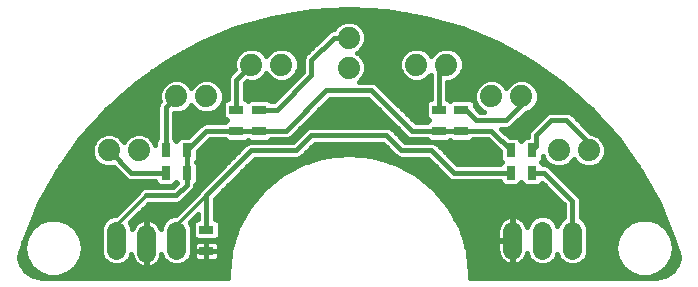
<source format=gbl>
G75*
%MOIN*%
%OFA0B0*%
%FSLAX24Y24*%
%IPPOS*%
%LPD*%
%AMOC8*
5,1,8,0,0,1.08239X$1,22.5*
%
%ADD10C,0.0740*%
%ADD11R,0.0315X0.0472*%
%ADD12R,0.0472X0.0315*%
%ADD13C,0.0640*%
%ADD14C,0.0160*%
%ADD15C,0.0100*%
D10*
X003430Y004680D03*
X004430Y004680D03*
X005680Y006480D03*
X006680Y006480D03*
X008180Y007530D03*
X009180Y007530D03*
X011430Y007430D03*
X011430Y008430D03*
X013680Y007530D03*
X014680Y007530D03*
X016180Y006480D03*
X017180Y006480D03*
X018430Y004680D03*
X019430Y004680D03*
D11*
X017534Y004680D03*
X016826Y004680D03*
X016826Y003930D03*
X017534Y003930D03*
X006034Y003930D03*
X005326Y003930D03*
X005326Y004680D03*
X006034Y004680D03*
D12*
X007680Y005326D03*
X008430Y005326D03*
X008430Y006034D03*
X007680Y006034D03*
X014430Y006034D03*
X015180Y006034D03*
X015180Y005326D03*
X014430Y005326D03*
X006680Y002034D03*
X006680Y001326D03*
D13*
X005680Y001360D02*
X005680Y002000D01*
X004680Y001900D02*
X004680Y001260D01*
X003680Y001360D02*
X003680Y002000D01*
X016880Y002000D02*
X016880Y001360D01*
X017880Y001360D02*
X017880Y002000D01*
X018880Y002000D02*
X018880Y001360D01*
D14*
X001289Y000497D02*
X000885Y000497D01*
X000840Y000512D02*
X000650Y000650D01*
X000512Y000840D01*
X000439Y001063D01*
X000432Y001149D01*
X000616Y001723D01*
X001108Y002909D01*
X001730Y004033D01*
X002474Y005080D01*
X003330Y006037D01*
X004288Y006893D01*
X005336Y007635D01*
X006460Y008256D01*
X007647Y008748D01*
X008881Y009103D01*
X010148Y009318D01*
X011430Y009390D01*
X012712Y009318D01*
X013979Y009103D01*
X015213Y008748D01*
X016400Y008256D01*
X017524Y007635D01*
X018572Y006893D01*
X019530Y006037D01*
X020386Y005080D01*
X021130Y004033D01*
X021752Y002909D01*
X022244Y001723D01*
X022428Y001149D01*
X022421Y001063D01*
X022348Y000840D01*
X022210Y000650D01*
X022020Y000512D01*
X021797Y000439D01*
X021680Y000430D01*
X015454Y000430D01*
X015465Y000549D01*
X015382Y001333D01*
X015149Y002085D01*
X014775Y002777D01*
X014273Y003384D01*
X013663Y003882D01*
X013663Y003882D01*
X012967Y004251D01*
X012214Y004479D01*
X012214Y004479D01*
X011430Y004556D01*
X010646Y004479D01*
X009893Y004251D01*
X009893Y004251D01*
X009197Y003882D01*
X008587Y003384D01*
X008587Y003384D01*
X008587Y003384D01*
X008085Y002777D01*
X007711Y002085D01*
X007711Y002085D01*
X007478Y001333D01*
X007478Y001333D01*
X007395Y000549D01*
X007406Y000430D01*
X001180Y000430D01*
X001063Y000439D01*
X000840Y000512D01*
X000983Y000656D02*
X000645Y000656D01*
X000530Y000814D02*
X000808Y000814D01*
X000820Y000792D02*
X000820Y000792D01*
X001083Y000572D01*
X001404Y000455D01*
X001527Y000455D01*
X001746Y000455D01*
X002067Y000572D01*
X002067Y000572D01*
X002330Y000792D01*
X002501Y001088D01*
X002560Y001425D01*
X002560Y001425D01*
X002501Y001762D01*
X002330Y002058D01*
X002067Y002278D01*
X001746Y002395D01*
X001404Y002395D01*
X001083Y002278D01*
X001083Y002278D01*
X000820Y002058D01*
X000649Y001762D01*
X000649Y001762D01*
X000590Y001425D01*
X000649Y001088D01*
X000820Y000792D01*
X000716Y000973D02*
X000469Y000973D01*
X000434Y001131D02*
X000642Y001131D01*
X000649Y001088D02*
X000649Y001088D01*
X000614Y001290D02*
X000477Y001290D01*
X000528Y001448D02*
X000594Y001448D01*
X000590Y001425D02*
X000590Y001425D01*
X000579Y001607D02*
X000622Y001607D01*
X000633Y001765D02*
X000651Y001765D01*
X000699Y001924D02*
X000743Y001924D01*
X000820Y002058D02*
X000820Y002058D01*
X000820Y002058D01*
X000849Y002082D02*
X000765Y002082D01*
X000831Y002241D02*
X001038Y002241D01*
X000896Y002399D02*
X003344Y002399D01*
X003385Y002441D02*
X003239Y002295D01*
X003160Y002103D01*
X003160Y001257D01*
X003239Y001065D01*
X003385Y000919D01*
X003577Y000840D01*
X003783Y000840D01*
X003975Y000919D01*
X004121Y001065D01*
X004181Y001212D01*
X004192Y001143D01*
X004217Y001068D01*
X004252Y000998D01*
X004299Y000934D01*
X004354Y000879D01*
X004418Y000832D01*
X004488Y000797D01*
X004563Y000772D01*
X004641Y000760D01*
X004660Y000760D01*
X004660Y001560D01*
X004700Y001560D01*
X004700Y000760D01*
X004719Y000760D01*
X004797Y000772D01*
X004872Y000797D01*
X004942Y000832D01*
X005006Y000879D01*
X005061Y000934D01*
X005108Y000998D01*
X005143Y001068D01*
X005168Y001143D01*
X005179Y001212D01*
X005239Y001065D01*
X005385Y000919D01*
X005577Y000840D01*
X005783Y000840D01*
X005975Y000919D01*
X006121Y001065D01*
X006200Y001257D01*
X006200Y002103D01*
X006129Y002275D01*
X006400Y002546D01*
X006400Y002392D01*
X006361Y002392D01*
X006244Y002275D01*
X006244Y001794D01*
X006361Y001677D01*
X006999Y001677D01*
X007116Y001794D01*
X007116Y002275D01*
X006999Y002392D01*
X006960Y002392D01*
X006960Y003064D01*
X008296Y004400D01*
X009736Y004400D01*
X009839Y004443D01*
X009917Y004521D01*
X010296Y004900D01*
X012564Y004900D01*
X012943Y004521D01*
X013021Y004443D01*
X013124Y004400D01*
X014064Y004400D01*
X014771Y003693D01*
X014874Y003650D01*
X016468Y003650D01*
X016468Y003611D01*
X016585Y003494D01*
X017066Y003494D01*
X017180Y003608D01*
X017294Y003494D01*
X017775Y003494D01*
X017872Y003592D01*
X018600Y002864D01*
X018600Y002447D01*
X018585Y002441D01*
X018439Y002295D01*
X018380Y002152D01*
X018321Y002295D01*
X018175Y002441D01*
X017983Y002520D01*
X017777Y002520D01*
X017585Y002441D01*
X017439Y002295D01*
X017367Y002120D01*
X017343Y002192D01*
X017308Y002262D01*
X017261Y002326D01*
X017206Y002381D01*
X017142Y002428D01*
X017072Y002463D01*
X016997Y002488D01*
X016919Y002500D01*
X016900Y002500D01*
X016900Y001700D01*
X016860Y001700D01*
X016860Y002500D01*
X016841Y002500D01*
X016763Y002488D01*
X016688Y002463D01*
X016618Y002428D01*
X016554Y002381D01*
X016499Y002326D01*
X016452Y002262D01*
X016417Y002192D01*
X016392Y002117D01*
X016380Y002039D01*
X016380Y001700D01*
X016860Y001700D01*
X016860Y001660D01*
X016900Y001660D01*
X016900Y000860D01*
X016919Y000860D01*
X016997Y000872D01*
X017072Y000897D01*
X017142Y000932D01*
X017206Y000979D01*
X017261Y001034D01*
X017308Y001098D01*
X017343Y001168D01*
X017367Y001240D01*
X017439Y001065D01*
X017585Y000919D01*
X017777Y000840D01*
X017983Y000840D01*
X018175Y000919D01*
X018321Y001065D01*
X018380Y001208D01*
X018439Y001065D01*
X018585Y000919D01*
X018777Y000840D01*
X018983Y000840D01*
X019175Y000919D01*
X019321Y001065D01*
X019400Y001257D01*
X019400Y002103D01*
X019321Y002295D01*
X019175Y002441D01*
X019160Y002447D01*
X019160Y003036D01*
X019117Y003139D01*
X019039Y003217D01*
X018089Y004167D01*
X017986Y004210D01*
X017892Y004210D01*
X017892Y004249D01*
X017836Y004305D01*
X017892Y004361D01*
X017892Y004490D01*
X017947Y004357D01*
X018107Y004197D01*
X018317Y004110D01*
X018543Y004110D01*
X018753Y004197D01*
X018913Y004357D01*
X018930Y004398D01*
X018947Y004357D01*
X019107Y004197D01*
X019317Y004110D01*
X019543Y004110D01*
X019753Y004197D01*
X019913Y004357D01*
X020000Y004567D01*
X020000Y004793D01*
X019913Y005003D01*
X019753Y005163D01*
X019543Y005250D01*
X019506Y005250D01*
X018917Y005839D01*
X018839Y005917D01*
X018736Y005960D01*
X018124Y005960D01*
X018021Y005917D01*
X017521Y005417D01*
X017443Y005339D01*
X017400Y005236D01*
X017400Y005116D01*
X017294Y005116D01*
X017180Y005002D01*
X017066Y005116D01*
X016785Y005116D01*
X016502Y005400D01*
X016736Y005400D01*
X016839Y005443D01*
X017315Y005919D01*
X017503Y005997D01*
X017663Y006157D01*
X017750Y006367D01*
X017750Y006593D01*
X017663Y006803D01*
X017503Y006963D01*
X017293Y007050D01*
X017067Y007050D01*
X016857Y006963D01*
X016697Y006803D01*
X016680Y006762D01*
X016663Y006803D01*
X016503Y006963D01*
X016293Y007050D01*
X016067Y007050D01*
X015857Y006963D01*
X015697Y006803D01*
X015610Y006593D01*
X015610Y006367D01*
X015697Y006157D01*
X015857Y005997D01*
X015946Y005960D01*
X015796Y005960D01*
X015616Y006140D01*
X015616Y006275D01*
X015499Y006392D01*
X014861Y006392D01*
X014805Y006336D01*
X014749Y006392D01*
X014710Y006392D01*
X014710Y006960D01*
X014793Y006960D01*
X015003Y007047D01*
X015163Y007207D01*
X015250Y007417D01*
X015250Y007643D01*
X015163Y007853D01*
X015003Y008013D01*
X014793Y008100D01*
X014567Y008100D01*
X014357Y008013D01*
X014197Y007853D01*
X014180Y007812D01*
X014163Y007853D01*
X014003Y008013D01*
X013793Y008100D01*
X013567Y008100D01*
X013357Y008013D01*
X013197Y007853D01*
X013110Y007643D01*
X013110Y007417D01*
X013197Y007207D01*
X013357Y007047D01*
X013567Y006960D01*
X013793Y006960D01*
X014003Y007047D01*
X014150Y007194D01*
X014150Y006392D01*
X014111Y006392D01*
X013994Y006275D01*
X013994Y005794D01*
X014108Y005680D01*
X014033Y005606D01*
X013650Y005606D01*
X012339Y006917D01*
X012236Y006960D01*
X011766Y006960D01*
X011913Y007107D01*
X012000Y007317D01*
X012000Y007543D01*
X011913Y007753D01*
X011753Y007913D01*
X011712Y007930D01*
X011753Y007947D01*
X011913Y008107D01*
X012000Y008317D01*
X012000Y008543D01*
X011913Y008753D01*
X011753Y008913D01*
X011543Y009000D01*
X011317Y009000D01*
X011107Y008913D01*
X010947Y008753D01*
X010929Y008710D01*
X010874Y008710D01*
X010771Y008667D01*
X010693Y008589D01*
X009943Y007839D01*
X009900Y007736D01*
X009900Y007296D01*
X008918Y006314D01*
X008827Y006314D01*
X008749Y006392D01*
X008111Y006392D01*
X008055Y006336D01*
X007999Y006392D01*
X007960Y006392D01*
X007960Y006914D01*
X008024Y006978D01*
X008067Y006960D01*
X008293Y006960D01*
X008503Y007047D01*
X008663Y007207D01*
X008680Y007248D01*
X008697Y007207D01*
X008857Y007047D01*
X009067Y006960D01*
X009293Y006960D01*
X009503Y007047D01*
X009663Y007207D01*
X009750Y007417D01*
X009750Y007643D01*
X009663Y007853D01*
X009503Y008013D01*
X009293Y008100D01*
X009067Y008100D01*
X008857Y008013D01*
X008697Y007853D01*
X008680Y007812D01*
X008663Y007853D01*
X008503Y008013D01*
X008293Y008100D01*
X008067Y008100D01*
X007857Y008013D01*
X007697Y007853D01*
X007610Y007643D01*
X007610Y007417D01*
X007628Y007374D01*
X007443Y007189D01*
X007400Y007086D01*
X007400Y006392D01*
X007361Y006392D01*
X007244Y006275D01*
X007244Y005794D01*
X007358Y005680D01*
X007283Y005606D01*
X006624Y005606D01*
X006521Y005563D01*
X006443Y005484D01*
X006075Y005116D01*
X005794Y005116D01*
X005680Y005002D01*
X005606Y005077D01*
X005606Y005910D01*
X005793Y005910D01*
X006003Y005997D01*
X006163Y006157D01*
X006180Y006198D01*
X006197Y006157D01*
X006357Y005997D01*
X006567Y005910D01*
X006793Y005910D01*
X007003Y005997D01*
X007163Y006157D01*
X007250Y006367D01*
X007250Y006593D01*
X007163Y006803D01*
X007003Y006963D01*
X006793Y007050D01*
X006567Y007050D01*
X006357Y006963D01*
X006197Y006803D01*
X006180Y006762D01*
X006163Y006803D01*
X006003Y006963D01*
X005793Y007050D01*
X005567Y007050D01*
X005357Y006963D01*
X005197Y006803D01*
X005110Y006593D01*
X005110Y006367D01*
X005128Y006324D01*
X005088Y006284D01*
X005046Y006181D01*
X005046Y005077D01*
X004968Y004999D01*
X004968Y004870D01*
X004913Y005003D01*
X004753Y005163D01*
X004543Y005250D01*
X004317Y005250D01*
X004107Y005163D01*
X003947Y005003D01*
X003930Y004962D01*
X003913Y005003D01*
X003753Y005163D01*
X003543Y005250D01*
X003317Y005250D01*
X003107Y005163D01*
X002947Y005003D01*
X002860Y004793D01*
X002860Y004567D01*
X002947Y004357D01*
X003107Y004197D01*
X003317Y004110D01*
X003543Y004110D01*
X003586Y004128D01*
X004021Y003693D01*
X004124Y003650D01*
X004968Y003650D01*
X004968Y003611D01*
X005085Y003494D01*
X005566Y003494D01*
X005680Y003608D01*
X005696Y003592D01*
X005564Y003460D01*
X004624Y003460D01*
X004521Y003417D01*
X004443Y003339D01*
X004413Y003266D01*
X003666Y002520D01*
X003577Y002520D01*
X003385Y002441D01*
X003217Y002241D02*
X002112Y002241D01*
X002067Y002278D02*
X002067Y002278D01*
X002301Y002082D02*
X003160Y002082D01*
X003160Y001924D02*
X002407Y001924D01*
X002499Y001765D02*
X003160Y001765D01*
X003160Y001607D02*
X002528Y001607D01*
X002556Y001448D02*
X003160Y001448D01*
X003160Y001290D02*
X002536Y001290D01*
X002508Y001131D02*
X003212Y001131D01*
X003332Y000973D02*
X002434Y000973D01*
X002501Y001088D02*
X002501Y001088D01*
X002342Y000814D02*
X004454Y000814D01*
X004660Y000814D02*
X004700Y000814D01*
X004700Y000973D02*
X004660Y000973D01*
X004660Y001131D02*
X004700Y001131D01*
X004700Y001290D02*
X004660Y001290D01*
X004660Y001448D02*
X004700Y001448D01*
X004700Y001600D02*
X004660Y001600D01*
X004660Y002400D01*
X004641Y002400D01*
X004563Y002388D01*
X004488Y002363D01*
X004418Y002328D01*
X004354Y002281D01*
X004299Y002226D01*
X004252Y002162D01*
X004217Y002092D01*
X004200Y002041D01*
X004200Y002103D01*
X004129Y002275D01*
X004754Y002900D01*
X005624Y002900D01*
X005736Y002900D01*
X005839Y002943D01*
X006272Y003376D01*
X006314Y003479D01*
X006314Y003533D01*
X006392Y003611D01*
X006392Y004249D01*
X006336Y004305D01*
X006392Y004361D01*
X006392Y004641D01*
X006796Y005046D01*
X007283Y005046D01*
X007361Y004968D01*
X007999Y004968D01*
X008055Y005024D01*
X008111Y004968D01*
X008749Y004968D01*
X008827Y005046D01*
X009381Y005046D01*
X009484Y005088D01*
X010796Y006400D01*
X012064Y006400D01*
X013376Y005088D01*
X013479Y005046D01*
X014033Y005046D01*
X014111Y004968D01*
X014749Y004968D01*
X014805Y005024D01*
X014861Y004968D01*
X015499Y004968D01*
X015577Y005046D01*
X016064Y005046D01*
X016468Y004641D01*
X016468Y004361D01*
X016524Y004305D01*
X016468Y004249D01*
X016468Y004210D01*
X015046Y004210D01*
X014417Y004839D01*
X014339Y004917D01*
X014236Y004960D01*
X013296Y004960D01*
X012917Y005339D01*
X012839Y005417D01*
X012736Y005460D01*
X010124Y005460D01*
X010021Y005417D01*
X009564Y004960D01*
X008124Y004960D01*
X008021Y004917D01*
X007943Y004839D01*
X006521Y003417D01*
X006443Y003339D01*
X006413Y003266D01*
X005666Y002520D01*
X005577Y002520D01*
X005385Y002441D01*
X005239Y002295D01*
X005160Y002103D01*
X005160Y002041D01*
X005143Y002092D01*
X005108Y002162D01*
X005061Y002226D01*
X005006Y002281D01*
X004942Y002328D01*
X004872Y002363D01*
X004797Y002388D01*
X004719Y002400D01*
X004700Y002400D01*
X004700Y001600D01*
X004700Y001607D02*
X004660Y001607D01*
X004660Y001765D02*
X004700Y001765D01*
X004700Y001924D02*
X004660Y001924D01*
X004660Y002082D02*
X004700Y002082D01*
X004700Y002241D02*
X004660Y002241D01*
X004660Y002399D02*
X004700Y002399D01*
X004726Y002399D02*
X005344Y002399D01*
X005704Y002558D02*
X004411Y002558D01*
X004570Y002716D02*
X005862Y002716D01*
X006021Y002875D02*
X004728Y002875D01*
X004179Y003033D02*
X001177Y003033D01*
X001264Y003192D02*
X004338Y003192D01*
X004454Y003350D02*
X001352Y003350D01*
X001440Y003509D02*
X005071Y003509D01*
X005581Y003509D02*
X005613Y003509D01*
X005680Y003180D02*
X006034Y003534D01*
X006034Y003930D01*
X006034Y004680D01*
X006680Y005326D01*
X007680Y005326D01*
X008430Y005326D01*
X009326Y005326D01*
X010680Y006680D01*
X012180Y006680D01*
X013534Y005326D01*
X014430Y005326D01*
X015180Y005326D01*
X016180Y005326D01*
X016826Y004680D01*
X016468Y004618D02*
X014638Y004618D01*
X014796Y004460D02*
X016468Y004460D01*
X016520Y004301D02*
X014955Y004301D01*
X014930Y003930D02*
X014180Y004680D01*
X013180Y004680D01*
X012680Y005180D01*
X010180Y005180D01*
X009680Y004680D01*
X008180Y004680D01*
X006680Y003180D01*
X006680Y002034D01*
X007116Y002082D02*
X007710Y002082D01*
X007661Y001924D02*
X007116Y001924D01*
X007087Y001765D02*
X007612Y001765D01*
X007563Y001607D02*
X007047Y001607D01*
X007060Y001594D02*
X007027Y001627D01*
X006986Y001651D01*
X006940Y001663D01*
X006680Y001663D01*
X006420Y001663D01*
X006374Y001651D01*
X006333Y001627D01*
X006300Y001594D01*
X006276Y001553D01*
X006264Y001507D01*
X006264Y001326D01*
X006680Y001326D01*
X006680Y001663D01*
X006680Y001326D01*
X006680Y001326D01*
X007096Y001326D01*
X007096Y001507D01*
X007084Y001553D01*
X007060Y001594D01*
X007096Y001448D02*
X007514Y001448D01*
X007473Y001290D02*
X007096Y001290D01*
X007096Y001326D02*
X006680Y001326D01*
X006680Y001326D01*
X006680Y001326D01*
X006264Y001326D01*
X006264Y001144D01*
X006276Y001099D01*
X006300Y001058D01*
X006333Y001024D01*
X006374Y001000D01*
X006420Y000988D01*
X006680Y000988D01*
X006680Y001326D01*
X006680Y000988D01*
X006940Y000988D01*
X006986Y001000D01*
X007027Y001024D01*
X007060Y001058D01*
X007084Y001099D01*
X007096Y001144D01*
X007096Y001326D01*
X007093Y001131D02*
X007457Y001131D01*
X007440Y000973D02*
X006028Y000973D01*
X006148Y001131D02*
X006267Y001131D01*
X006264Y001290D02*
X006200Y001290D01*
X006200Y001448D02*
X006264Y001448D01*
X006313Y001607D02*
X006200Y001607D01*
X006200Y001765D02*
X006273Y001765D01*
X006244Y001924D02*
X006200Y001924D01*
X006200Y002082D02*
X006244Y002082D01*
X006244Y002241D02*
X006143Y002241D01*
X006253Y002399D02*
X006400Y002399D01*
X006960Y002399D02*
X007881Y002399D01*
X007966Y002558D02*
X006960Y002558D01*
X006960Y002716D02*
X008052Y002716D01*
X008085Y002777D02*
X008085Y002777D01*
X008166Y002875D02*
X006960Y002875D01*
X006960Y003033D02*
X008297Y003033D01*
X008428Y003192D02*
X007087Y003192D01*
X007246Y003350D02*
X008559Y003350D01*
X008740Y003509D02*
X007404Y003509D01*
X007563Y003667D02*
X008934Y003667D01*
X009129Y003826D02*
X007721Y003826D01*
X007880Y003984D02*
X009390Y003984D01*
X009197Y003882D02*
X009197Y003882D01*
X009688Y004143D02*
X008038Y004143D01*
X008197Y004301D02*
X010057Y004301D01*
X009855Y004460D02*
X010582Y004460D01*
X010646Y004479D02*
X010646Y004479D01*
X010172Y004777D02*
X012688Y004777D01*
X012846Y004618D02*
X010014Y004618D01*
X009698Y005094D02*
X009489Y005094D01*
X009648Y005252D02*
X009856Y005252D01*
X009806Y005411D02*
X010015Y005411D01*
X009965Y005569D02*
X012895Y005569D01*
X012737Y005728D02*
X010123Y005728D01*
X010282Y005886D02*
X012578Y005886D01*
X012420Y006045D02*
X010440Y006045D01*
X010599Y006203D02*
X012261Y006203D01*
X012103Y006362D02*
X010757Y006362D01*
X011802Y006996D02*
X013481Y006996D01*
X013250Y007154D02*
X011933Y007154D01*
X011998Y007313D02*
X013153Y007313D01*
X013110Y007471D02*
X012000Y007471D01*
X011964Y007630D02*
X013110Y007630D01*
X013170Y007788D02*
X011878Y007788D01*
X011752Y007947D02*
X013290Y007947D01*
X014070Y007947D02*
X014290Y007947D01*
X015070Y007947D02*
X016961Y007947D01*
X016674Y008105D02*
X011911Y008105D01*
X011978Y008264D02*
X016383Y008264D01*
X016000Y008422D02*
X012000Y008422D01*
X011985Y008581D02*
X015617Y008581D01*
X015234Y008739D02*
X011919Y008739D01*
X011769Y008898D02*
X014692Y008898D01*
X014142Y009056D02*
X008718Y009056D01*
X008168Y008898D02*
X011091Y008898D01*
X010941Y008739D02*
X007626Y008739D01*
X007243Y008581D02*
X010685Y008581D01*
X010526Y008422D02*
X006860Y008422D01*
X006477Y008264D02*
X010368Y008264D01*
X010209Y008105D02*
X006186Y008105D01*
X005899Y007947D02*
X007790Y007947D01*
X007670Y007788D02*
X005612Y007788D01*
X005328Y007630D02*
X007610Y007630D01*
X007610Y007471D02*
X005104Y007471D01*
X004881Y007313D02*
X007567Y007313D01*
X007428Y007154D02*
X004657Y007154D01*
X004433Y006996D02*
X005435Y006996D01*
X005231Y006837D02*
X004226Y006837D01*
X004048Y006679D02*
X005145Y006679D01*
X005110Y006520D02*
X003871Y006520D01*
X003693Y006362D02*
X005112Y006362D01*
X005055Y006203D02*
X003516Y006203D01*
X003338Y006045D02*
X005046Y006045D01*
X005046Y005886D02*
X003195Y005886D01*
X003053Y005728D02*
X005046Y005728D01*
X005046Y005569D02*
X002911Y005569D01*
X002770Y005411D02*
X005046Y005411D01*
X005046Y005252D02*
X002628Y005252D01*
X002486Y005094D02*
X003037Y005094D01*
X002919Y004935D02*
X002371Y004935D01*
X002258Y004777D02*
X002860Y004777D01*
X002860Y004618D02*
X002146Y004618D01*
X002033Y004460D02*
X002904Y004460D01*
X003003Y004301D02*
X001921Y004301D01*
X001808Y004143D02*
X003238Y004143D01*
X003730Y003984D02*
X001703Y003984D01*
X001615Y003826D02*
X003889Y003826D01*
X004083Y003667D02*
X001528Y003667D01*
X001094Y002875D02*
X004021Y002875D01*
X003862Y002716D02*
X001028Y002716D01*
X000962Y002558D02*
X003704Y002558D01*
X004253Y002399D02*
X004634Y002399D01*
X004313Y002241D02*
X004143Y002241D01*
X004200Y002082D02*
X004213Y002082D01*
X005047Y002241D02*
X005217Y002241D01*
X005160Y002082D02*
X005147Y002082D01*
X006680Y001607D02*
X006680Y001607D01*
X006680Y001448D02*
X006680Y001448D01*
X006680Y001326D02*
X006680Y001326D01*
X006680Y001290D02*
X006680Y001290D01*
X006680Y001131D02*
X006680Y001131D01*
X007423Y000814D02*
X004906Y000814D01*
X005089Y000973D02*
X005332Y000973D01*
X005212Y001131D02*
X005164Y001131D01*
X004271Y000973D02*
X004028Y000973D01*
X004148Y001131D02*
X004196Y001131D01*
X002330Y000792D02*
X002330Y000792D01*
X002330Y000792D01*
X002167Y000656D02*
X007407Y000656D01*
X007395Y000549D02*
X007395Y000549D01*
X007400Y000497D02*
X001861Y000497D01*
X001083Y000572D02*
X001083Y000572D01*
X004680Y003180D02*
X005680Y003180D01*
X005929Y003033D02*
X006179Y003033D01*
X006087Y003192D02*
X006338Y003192D01*
X006246Y003350D02*
X006454Y003350D01*
X006521Y003417D02*
X006521Y003417D01*
X006613Y003509D02*
X006314Y003509D01*
X006392Y003667D02*
X006771Y003667D01*
X006930Y003826D02*
X006392Y003826D01*
X006392Y003984D02*
X007088Y003984D01*
X007247Y004143D02*
X006392Y004143D01*
X006340Y004301D02*
X007405Y004301D01*
X007564Y004460D02*
X006392Y004460D01*
X006392Y004618D02*
X007722Y004618D01*
X007881Y004777D02*
X006527Y004777D01*
X006685Y004935D02*
X008064Y004935D01*
X007310Y005728D02*
X005606Y005728D01*
X005606Y005886D02*
X007244Y005886D01*
X007244Y006045D02*
X007051Y006045D01*
X007182Y006203D02*
X007244Y006203D01*
X007248Y006362D02*
X007331Y006362D01*
X007400Y006520D02*
X007250Y006520D01*
X007215Y006679D02*
X007400Y006679D01*
X007400Y006837D02*
X007129Y006837D01*
X006925Y006996D02*
X007400Y006996D01*
X007680Y007030D02*
X008180Y007530D01*
X008610Y007154D02*
X008750Y007154D01*
X008981Y006996D02*
X008379Y006996D01*
X007960Y006837D02*
X009441Y006837D01*
X009379Y006996D02*
X009600Y006996D01*
X009610Y007154D02*
X009758Y007154D01*
X009707Y007313D02*
X009900Y007313D01*
X010180Y007180D02*
X010180Y007680D01*
X010930Y008430D01*
X011430Y008430D01*
X010051Y007947D02*
X009570Y007947D01*
X009690Y007788D02*
X009922Y007788D01*
X009900Y007630D02*
X009750Y007630D01*
X009750Y007471D02*
X009900Y007471D01*
X010180Y007180D02*
X009034Y006034D01*
X008430Y006034D01*
X008779Y006362D02*
X008966Y006362D01*
X009124Y006520D02*
X007960Y006520D01*
X007960Y006679D02*
X009283Y006679D01*
X008081Y006362D02*
X008029Y006362D01*
X007680Y006034D02*
X007680Y007030D01*
X006435Y006996D02*
X005925Y006996D01*
X006129Y006837D02*
X006231Y006837D01*
X005680Y006480D02*
X005326Y006126D01*
X005326Y004680D01*
X004968Y004935D02*
X004941Y004935D01*
X005046Y005094D02*
X004823Y005094D01*
X005606Y005094D02*
X005771Y005094D01*
X005606Y005252D02*
X006210Y005252D01*
X006369Y005411D02*
X005606Y005411D01*
X005606Y005569D02*
X006536Y005569D01*
X006309Y006045D02*
X006051Y006045D01*
X004037Y005094D02*
X003823Y005094D01*
X003430Y004680D02*
X004180Y003930D01*
X005326Y003930D01*
X007116Y002241D02*
X007795Y002241D01*
X011430Y004556D02*
X011430Y004556D01*
X012278Y004460D02*
X013005Y004460D01*
X012943Y004521D02*
X012943Y004521D01*
X012803Y004301D02*
X014163Y004301D01*
X014322Y004143D02*
X013172Y004143D01*
X012967Y004251D02*
X012967Y004251D01*
X013470Y003984D02*
X014480Y003984D01*
X014639Y003826D02*
X013731Y003826D01*
X013926Y003667D02*
X014833Y003667D01*
X014930Y003930D02*
X016826Y003930D01*
X017534Y003930D02*
X017930Y003930D01*
X018880Y002980D01*
X018880Y001680D01*
X019400Y001607D02*
X020326Y001607D01*
X020354Y001765D02*
X019400Y001765D01*
X019400Y001924D02*
X020445Y001924D01*
X020525Y002063D02*
X020354Y001767D01*
X020354Y001767D01*
X020295Y001430D01*
X020354Y001093D01*
X020525Y000797D01*
X020788Y000577D01*
X021109Y000460D01*
X021328Y000460D01*
X021451Y000460D01*
X021451Y000460D01*
X021772Y000577D01*
X021772Y000577D01*
X022035Y000797D01*
X022206Y001093D01*
X022265Y001430D01*
X022206Y001767D01*
X022035Y002063D01*
X021772Y002283D01*
X021451Y002400D01*
X021109Y002400D01*
X020788Y002283D01*
X020788Y002283D01*
X020525Y002063D01*
X020525Y002063D01*
X020525Y002063D01*
X020548Y002082D02*
X019400Y002082D01*
X019343Y002241D02*
X020737Y002241D01*
X021106Y002399D02*
X019216Y002399D01*
X019160Y002558D02*
X021898Y002558D01*
X021832Y002716D02*
X019160Y002716D01*
X019160Y002875D02*
X021766Y002875D01*
X021683Y003033D02*
X019160Y003033D01*
X019064Y003192D02*
X021596Y003192D01*
X021508Y003350D02*
X018906Y003350D01*
X019039Y003217D02*
X019039Y003217D01*
X018747Y003509D02*
X021420Y003509D01*
X021332Y003667D02*
X018589Y003667D01*
X018430Y003826D02*
X021245Y003826D01*
X021157Y003984D02*
X018272Y003984D01*
X018238Y004143D02*
X018113Y004143D01*
X018003Y004301D02*
X017840Y004301D01*
X017892Y004460D02*
X017904Y004460D01*
X017680Y004826D02*
X017534Y004680D01*
X017680Y004826D02*
X017680Y005180D01*
X018180Y005680D01*
X018680Y005680D01*
X019430Y004930D01*
X019430Y004680D01*
X019956Y004460D02*
X020827Y004460D01*
X020714Y004618D02*
X020000Y004618D01*
X020000Y004777D02*
X020602Y004777D01*
X020489Y004935D02*
X019941Y004935D01*
X019823Y005094D02*
X020374Y005094D01*
X020232Y005252D02*
X019504Y005252D01*
X019345Y005411D02*
X020090Y005411D01*
X019949Y005569D02*
X019187Y005569D01*
X019028Y005728D02*
X019807Y005728D01*
X019665Y005886D02*
X018870Y005886D01*
X018917Y005839D02*
X018917Y005839D01*
X019344Y006203D02*
X017682Y006203D01*
X017748Y006362D02*
X019167Y006362D01*
X018989Y006520D02*
X017750Y006520D01*
X017715Y006679D02*
X018812Y006679D01*
X018634Y006837D02*
X017629Y006837D01*
X017425Y006996D02*
X018427Y006996D01*
X018203Y007154D02*
X015110Y007154D01*
X015207Y007313D02*
X017979Y007313D01*
X017756Y007471D02*
X015250Y007471D01*
X015250Y007630D02*
X017532Y007630D01*
X017248Y007788D02*
X015190Y007788D01*
X014680Y007530D02*
X014430Y007280D01*
X014430Y006034D01*
X013994Y006045D02*
X013211Y006045D01*
X013370Y005886D02*
X013994Y005886D01*
X014060Y005728D02*
X013528Y005728D01*
X013054Y005411D02*
X012845Y005411D01*
X013004Y005252D02*
X013212Y005252D01*
X013162Y005094D02*
X013371Y005094D01*
X014296Y004935D02*
X016175Y004935D01*
X016333Y004777D02*
X014479Y004777D01*
X015680Y005680D02*
X016680Y005680D01*
X017180Y006180D01*
X017180Y006480D01*
X016731Y006837D02*
X016629Y006837D01*
X016425Y006996D02*
X016935Y006996D01*
X015935Y006996D02*
X014879Y006996D01*
X014710Y006837D02*
X015731Y006837D01*
X015645Y006679D02*
X014710Y006679D01*
X014710Y006520D02*
X015610Y006520D01*
X015612Y006362D02*
X015529Y006362D01*
X015616Y006203D02*
X015678Y006203D01*
X015711Y006045D02*
X015809Y006045D01*
X015680Y005680D02*
X015326Y006034D01*
X015180Y006034D01*
X014831Y006362D02*
X014779Y006362D01*
X014150Y006520D02*
X012736Y006520D01*
X012894Y006362D02*
X014081Y006362D01*
X013994Y006203D02*
X013053Y006203D01*
X012577Y006679D02*
X014150Y006679D01*
X014150Y006837D02*
X012419Y006837D01*
X013879Y006996D02*
X014150Y006996D01*
X014150Y007154D02*
X014110Y007154D01*
X016965Y005569D02*
X017673Y005569D01*
X017832Y005728D02*
X017123Y005728D01*
X017282Y005886D02*
X017990Y005886D01*
X017551Y006045D02*
X019522Y006045D01*
X017515Y005411D02*
X016761Y005411D01*
X016650Y005252D02*
X017407Y005252D01*
X017271Y005094D02*
X017089Y005094D01*
X018622Y004143D02*
X019238Y004143D01*
X019622Y004143D02*
X021052Y004143D01*
X020939Y004301D02*
X019857Y004301D01*
X019003Y004301D02*
X018857Y004301D01*
X017956Y003509D02*
X017789Y003509D01*
X018114Y003350D02*
X014301Y003350D01*
X014273Y003384D02*
X014273Y003384D01*
X014120Y003509D02*
X016571Y003509D01*
X017081Y003509D02*
X017279Y003509D01*
X018273Y003192D02*
X014432Y003192D01*
X014563Y003033D02*
X018431Y003033D01*
X018590Y002875D02*
X014694Y002875D01*
X014808Y002716D02*
X018600Y002716D01*
X018600Y002558D02*
X014894Y002558D01*
X014979Y002399D02*
X016579Y002399D01*
X016860Y002399D02*
X016900Y002399D01*
X016900Y002241D02*
X016860Y002241D01*
X016860Y002082D02*
X016900Y002082D01*
X016900Y001924D02*
X016860Y001924D01*
X016860Y001765D02*
X016900Y001765D01*
X016860Y001660D02*
X016380Y001660D01*
X016380Y001321D01*
X016392Y001243D01*
X016417Y001168D01*
X016452Y001098D01*
X016499Y001034D01*
X016554Y000979D01*
X016618Y000932D01*
X016688Y000897D01*
X016763Y000872D01*
X016841Y000860D01*
X016860Y000860D01*
X016860Y001660D01*
X016860Y001607D02*
X016900Y001607D01*
X016900Y001448D02*
X016860Y001448D01*
X016860Y001290D02*
X016900Y001290D01*
X016900Y001131D02*
X016860Y001131D01*
X016860Y000973D02*
X016900Y000973D01*
X016563Y000973D02*
X015420Y000973D01*
X015403Y001131D02*
X016436Y001131D01*
X016385Y001290D02*
X015387Y001290D01*
X015346Y001448D02*
X016380Y001448D01*
X016380Y001607D02*
X015297Y001607D01*
X015248Y001765D02*
X016380Y001765D01*
X016380Y001924D02*
X015199Y001924D01*
X015150Y002082D02*
X016387Y002082D01*
X016441Y002241D02*
X015065Y002241D01*
X017181Y002399D02*
X017544Y002399D01*
X017417Y002241D02*
X017319Y002241D01*
X018216Y002399D02*
X018544Y002399D01*
X018417Y002241D02*
X018343Y002241D01*
X019400Y001448D02*
X020298Y001448D01*
X020295Y001430D02*
X020295Y001430D01*
X020320Y001290D02*
X019400Y001290D01*
X019348Y001131D02*
X020348Y001131D01*
X020354Y001093D02*
X020354Y001093D01*
X020424Y000973D02*
X019228Y000973D01*
X018532Y000973D02*
X018228Y000973D01*
X018348Y001131D02*
X018412Y001131D01*
X017532Y000973D02*
X017197Y000973D01*
X017324Y001131D02*
X017412Y001131D01*
X015437Y000814D02*
X020516Y000814D01*
X020525Y000797D02*
X020525Y000797D01*
X020694Y000656D02*
X015453Y000656D01*
X015460Y000497D02*
X021007Y000497D01*
X020788Y000577D02*
X020788Y000577D01*
X021553Y000497D02*
X021975Y000497D01*
X021866Y000656D02*
X022215Y000656D01*
X022330Y000814D02*
X022044Y000814D01*
X022035Y000797D02*
X022035Y000797D01*
X022035Y000797D01*
X022136Y000973D02*
X022391Y000973D01*
X022426Y001131D02*
X022212Y001131D01*
X022206Y001093D02*
X022206Y001093D01*
X022240Y001290D02*
X022383Y001290D01*
X022332Y001448D02*
X022262Y001448D01*
X022265Y001430D02*
X022265Y001430D01*
X022281Y001607D02*
X022234Y001607D01*
X022227Y001765D02*
X022206Y001765D01*
X022206Y001767D02*
X022206Y001767D01*
X022161Y001924D02*
X022115Y001924D01*
X022095Y002082D02*
X022012Y002082D01*
X022035Y002063D02*
X022035Y002063D01*
X022029Y002241D02*
X021823Y002241D01*
X021772Y002283D02*
X021772Y002283D01*
X021964Y002399D02*
X021454Y002399D01*
X013322Y009215D02*
X009538Y009215D01*
X011127Y009373D02*
X011733Y009373D01*
X008790Y007947D02*
X008570Y007947D01*
D15*
X006680Y003180D02*
X005680Y002180D01*
X005680Y001680D01*
X004680Y003180D02*
X003680Y002180D01*
X003680Y001680D01*
M02*

</source>
